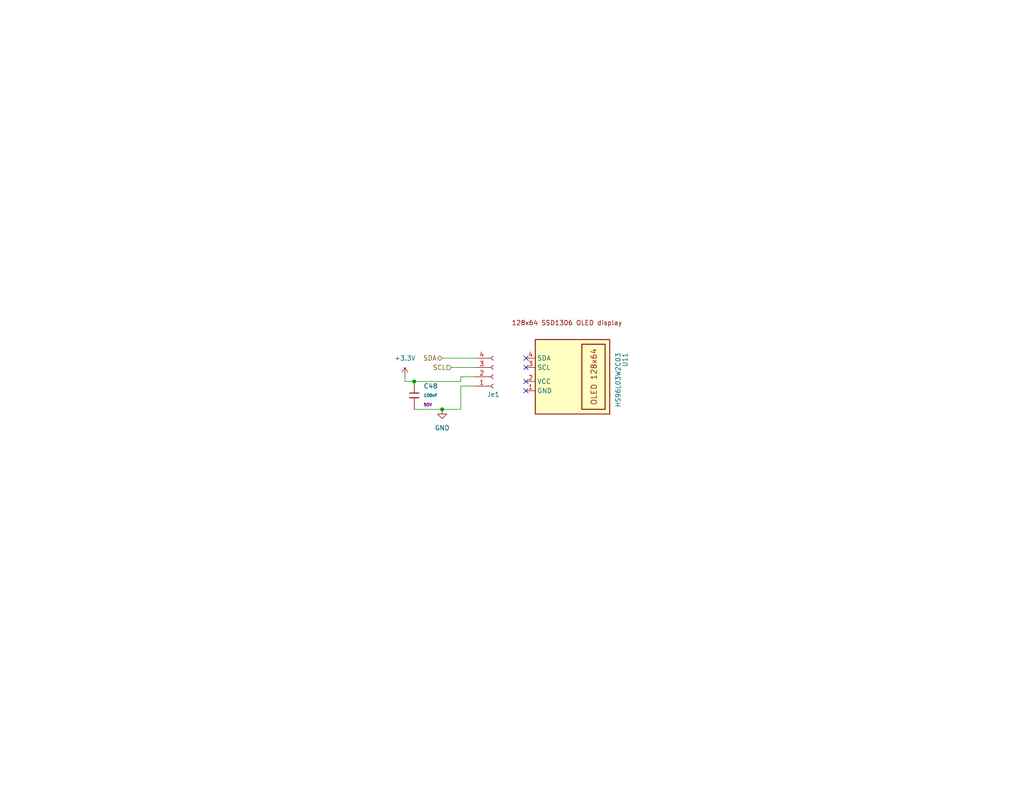
<source format=kicad_sch>
(kicad_sch (version 20250114) (generator "eeschema") (generator_version "9.0")
  (paper "USLetter")
  (title_block (title "OLED Display") (date "2025-02-04") (company "Walla Walla University") (comment 1 "Ernesto Martinez"))
  (lib_symbols
    (symbol "Connector:Conn_01x04_Socket" (pin_names (offset 1.016) (hide yes))
      (property "Reference" "J" (at 0 5.08 0))
      (property "Value" "Conn_01x04_Socket" (at 0 -7.62 0))
      (symbol "Conn_01x04_Socket_1_1"
        (polyline (pts (xy -1.27 2.54) (xy -0.508 2.54)) (stroke (width 0.1524)))
        (polyline (pts (xy -1.27 0) (xy -0.508 0)) (stroke (width 0.1524)))
        (polyline (pts (xy -1.27 -2.54) (xy -0.508 -2.54)) (stroke (width 0.1524)))
        (polyline (pts (xy -1.27 -5.08) (xy -0.508 -5.08)) (stroke (width 0.1524)))
        (arc (start 0 2.032) (mid -0.5058 2.54) (end 0 3.048) (stroke (width 0.1524)))
        (arc (start 0 -0.508) (mid -0.5058 0) (end 0 0.508) (stroke (width 0.1524)))
        (arc (start 0 -3.048) (mid -0.5058 -2.54) (end 0 -2.032) (stroke (width 0.1524)))
        (arc (start 0 -5.588) (mid -0.5058 -5.08) (end 0 -4.572) (stroke (width 0.1524)))
        (pin passive line (at -5.08 2.54 0) (length 3.81) (name "Pin_1") (number "1"))
        (pin passive line (at -5.08 0 0) (length 3.81) (name "Pin_2") (number "2"))
        (pin passive line (at -5.08 -2.54 0) (length 3.81) (name "Pin_3") (number "3"))
        (pin passive line (at -5.08 -5.08 0) (length 3.81) (name "Pin_4") (number "4"))
      )
    )
    (symbol "LibreSolar:OLED_HS96LO3W2C03"
      (property "Reference" "U" (at -8.636 11.684 0))
      (symbol "OLED_HS96LO3W2C03_0_0"
        (rectangle (start 3.81 8.89) (end 10.16 -8.89) (stroke (width 0.254)))
        (text "OLED 128x64" (at 7.112 0 900) (effects (font (size 1.524 1.524))))
      )
      (symbol "OLED_HS96LO3W2C03_0_1"
        (rectangle (start -8.89 10.16) (end 11.43 -10.16) (stroke (width 0.254)) (fill (type background)))
      )
      (symbol "OLED_HS96LO3W2C03_1_1"
        (text "128x64 SSD1306 OLED display" (at -0.254 -14.732 0) (effects (font (size 1.27 1.27))))
        (pin power_in line (at -11.43 3.81 0) (length 2.54) (name "GND") (number "1"))
        (pin power_in line (at -11.43 1.27 0) (length 2.54) (name "VCC") (number "2"))
        (pin input line (at -11.43 -2.54 0) (length 2.54) (name "SCL") (number "3"))
        (pin bidirectional line (at -11.43 -5.08 0) (length 2.54) (name "SDA") (number "4"))
      )
    )
    (symbol "PCM_JLCPCB-Capacitors:0603,100nF" (pin_numbers (hide yes)) (pin_names (offset 0))
      (property "Reference" "C" (at 2.032 1.668 0))
      (property "Value" "100nF" (at 2.032 -0.3782 0))
      (property "Voltage Rated" "50V" (at 2.032 -2.0462 0))
      (symbol "0603,100nF_0_1"
        (polyline (pts (xy -1.27 0.635) (xy 1.27 0.635)) (stroke (width 0.254)))
        (polyline (pts (xy -1.27 -0.635) (xy 1.27 -0.635)) (stroke (width 0.254)))
      )
      (symbol "0603,100nF_1_1"
        (pin passive line (at 0 3.81 270) (length 3.175) (name "~") (number "1"))
        (pin passive line (at 0 -3.81 90) (length 3.175) (name "~") (number "2"))
      )
    )
    (symbol "power:+3.3V" (power) (pin_numbers (hide yes)) (pin_names (offset 0) (hide yes))
      (property "Value" "+3.3V" (at 0 3.556 0))
      (symbol "+3.3V_0_1"
        (polyline (pts (xy -0.762 1.27) (xy 0 2.54)))
        (polyline (pts (xy 0 2.54) (xy 0.762 1.27)))
        (polyline (pts (xy 0 0) (xy 0 2.54)))
      )
      (symbol "+3.3V_1_1"
        (pin power_in line (at 0 0 90) (length 0) (name "~") (number "1"))
      )
    )
    (symbol "power:GND" (power) (pin_numbers (hide yes)) (pin_names (offset 0) (hide yes))
      (property "Value" "GND" (at 0 -3.81 0))
      (symbol "GND_0_1"
        (polyline (pts (xy 0 0) (xy 0 -1.27) (xy 1.27 -1.27) (xy 0 -2.54) (xy -1.27 -1.27) (xy 0 -1.27)))
      )
      (symbol "GND_1_1"
        (pin power_in line (at 0 0 270) (length 0) (name "~") (number "1"))
      )
    )
  )
  (junction (at 113.03 104.14))
  (junction (at 120.65 111.76))
  (no_connect (at 143.51 104.14))
  (no_connect (at 143.51 106.68))
  (no_connect (at 143.51 100.33))
  (no_connect (at 143.51 97.79))
  (wire (pts (xy 120.65 111.76) (xy 125.73 111.76)))
  (wire (pts (xy 113.03 111.76) (xy 120.65 111.76)))
  (wire (pts (xy 125.73 102.87) (xy 129.54 102.87)))
  (wire (pts (xy 120.65 97.79) (xy 129.54 97.79)))
  (wire (pts (xy 125.73 105.41) (xy 129.54 105.41)))
  (wire (pts (xy 113.03 104.14) (xy 125.73 104.14)))
  (wire (pts (xy 123.19 100.33) (xy 129.54 100.33)))
  (wire (pts (xy 110.49 104.14) (xy 113.03 104.14)))
  (wire (pts (xy 125.73 102.87) (xy 125.73 104.14)))
  (wire (pts (xy 125.73 105.41) (xy 125.73 111.76)))
  (wire (pts (xy 110.49 102.87) (xy 110.49 104.14)))
  (hierarchical_label "SDA" (shape bidirectional) (at 120.65 97.79 180))
  (hierarchical_label "SCL" (shape input) (at 123.19 100.33 180))
  (symbol (lib_id "Connector:Conn_01x04_Socket") (at 134.62 102.87 0) (mirror x) (unit 1)
    (property "Reference" "Je1" (at 132.842 107.696 0) (effects (justify left)))
    (property "Value" "Conn_01x04_Socket" (effects (hide yes)))
    (property "Footprint" "ForTaylanLibrary:PinHeader_1x04_P2.54mm_Vertical_Female" (effects (hide yes)))
    (property "Datasheet" "https://jlcpcb.com/api/file/downloadByFileSystemAccessId/8555109420836753409" (effects (hide yes)))
    (property "Description" "Generic connector, single row, 01x04, script generated" (effects (hide yes)))
    (property "LCSC" "C2718488" (effects (hide yes)))
  )
  (symbol (lib_id "power:GND") (at 120.65 111.76 0) (unit 1)
    (property "Reference" "#PWR06" (effects (hide yes)))
    (property "Value" "GND" (at 120.65 116.84 0))
    (property "Description" "Power symbol creates a global label with name \"GND\" , ground" (effects (hide yes)))
  )
  (symbol (lib_id "power:+3.3V") (at 110.49 102.87 0) (mirror y) (unit 1)
    (property "Reference" "#PWR088" (effects (hide yes)))
    (property "Value" "+3.3V" (at 110.49 97.79 0))
    (property "Description" "Power symbol creates a global label with name \"+3.3V\"" (effects (hide yes)))
  )
  (symbol (lib_id "PCM_JLCPCB-Capacitors:0603,100nF") (at 113.03 107.95 0) (unit 1)
    (property "Reference" "C48" (at 115.57 105.4099 0) (effects (justify left)))
    (property "Value" "100nF" (at 115.57 107.95 0) (effects (font (size 0.8 0.8)) (justify left)))
    (property "Footprint" "PCM_JLCPCB:C_0603" (effects (hide yes)))
    (property "Datasheet" "https://www.lcsc.com/datasheet/lcsc_datasheet_2211101700_YAGEO-CC0603KRX7R9BB104_C14663.pdf" (effects (hide yes)))
    (property "Description" "50V 100nF X7R ±10% 0603 Multilayer Ceramic Capacitors MLCC - SMD/SMT ROHS" (effects (hide yes)))
    (property "LCSC" "C14663" (effects (hide yes)))
    (property "Stock" "26955947" (effects (hide yes)))
    (property "Price" "0.006USD" (effects (hide yes)))
    (property "Process" "SMT" (effects (hide yes)))
    (property "Minimum Qty" "20" (effects (hide yes)))
    (property "Attrition Qty" "10" (effects (hide yes)))
    (property "Class" "Basic Component" (effects (hide yes)))
    (property "Category" "Capacitors,Multilayer Ceramic Capacitors MLCC - SMD/SMT" (effects (hide yes)))
    (property "Manufacturer" "YAGEO" (effects (hide yes)))
    (property "Part" "CC0603KRX7R9BB104" (effects (hide yes)))
    (property "Voltage Rated" "50V" (at 115.57 110.49 0) (effects (font (size 0.8 0.8)) (justify left)))
    (property "Tolerance" "±10%" (effects (hide yes)))
    (property "Capacitance" "100nF" (effects (hide yes)))
    (property "Temperature Coefficient" "X7R" (effects (hide yes)))
  )
  (symbol (lib_id "LibreSolar:OLED_HS96LO3W2C03") (at 154.94 102.87 0) (mirror x) (unit 1)
    (property "Reference" "U11" (at 170.5611 96.266 90) (effects (justify left)))
    (property "Value" "HS96L03W2C03" (at 168.656 96.266 90) (effects (justify left)))
    (property "Footprint" "ForTaylanLibrary:OLED" (effects (hide yes)))
    (property "Datasheet" "https://wmsc.lcsc.com/wmsc/upload/file/pdf/v2/lcsc/2306271450_HS-HS96L03W2C03_C5248080.pdf" (effects (hide yes)))
    (property "Description" "OLED 128x64" (effects (hide yes)))
    (property "LCSC" "C5248080" (effects (hide yes)))
  )
)
</source>
